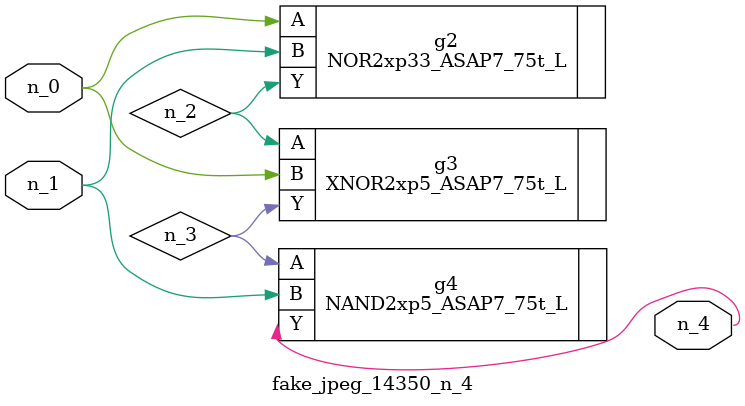
<source format=v>
module fake_jpeg_14350_n_4 (n_0, n_1, n_4);

input n_0;
input n_1;

output n_4;

wire n_2;
wire n_3;

NOR2xp33_ASAP7_75t_L g2 ( 
.A(n_0),
.B(n_1),
.Y(n_2)
);

XNOR2xp5_ASAP7_75t_L g3 ( 
.A(n_2),
.B(n_0),
.Y(n_3)
);

NAND2xp5_ASAP7_75t_L g4 ( 
.A(n_3),
.B(n_1),
.Y(n_4)
);


endmodule
</source>
